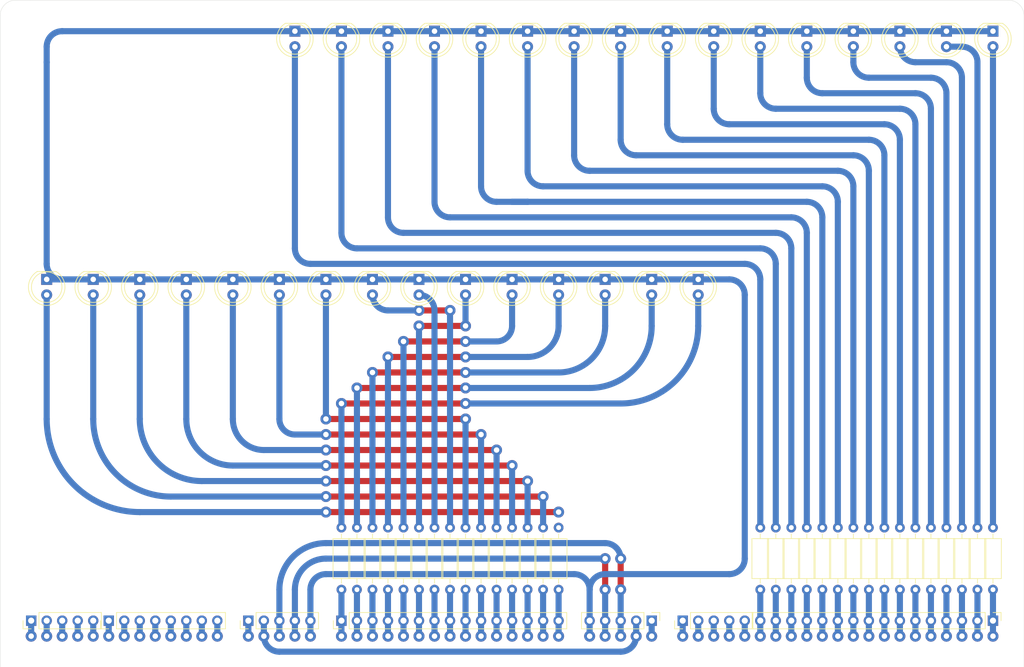
<source format=kicad_pcb>
(kicad_pcb (version 20241229) (generator "pcbnew") (generator_version "9.0")
  (layers (0 "F.Cu" signal) (2 "B.Cu" signal) (13 "F.Paste" user) (15 "B.Paste" user) (5 "F.SilkS" user "F.Silkscreen") (7 "B.SilkS" user "B.Silkscreen") (1 "F.Mask" user) (3 "B.Mask" user) (25 "Edge.Cuts" user))
  (net 0 "")
  (net 1 "Net-(D1-A)")
  (net 2 "GND")
  (net 3 "Net-(D2-A)")
  (net 4 "Net-(D3-A)")
  (net 5 "Net-(D4-A)")
  (net 6 "Net-(D5-A)")
  (net 7 "Net-(D6-A)")
  (net 8 "Net-(D7-A)")
  (net 9 "Net-(D8-A)")
  (net 10 "Net-(D9-A)")
  (net 11 "Net-(D10-A)")
  (net 12 "Net-(D11-A)")
  (net 13 "Net-(D12-A)")
  (net 14 "Net-(D13-A)")
  (net 15 "Net-(D14-A)")
  (net 16 "Net-(D15-A)")
  (net 17 "Net-(D16-A)")
  (net 18 "Net-(D18-A)")
  (net 19 "Net-(D19-A)")
  (net 20 "Net-(D20-A)")
  (net 21 "Net-(D21-A)")
  (net 22 "Net-(D22-A)")
  (net 23 "Net-(D23-A)")
  (net 24 "Net-(D24-A)")
  (net 25 "Net-(D25-A)")
  (net 26 "Net-(D26-A)")
  (net 27 "Net-(D27-A)")
  (net 28 "Net-(D28-A)")
  (net 29 "Net-(D29-A)")
  (net 30 "Net-(D30-A)")
  (net 31 "Net-(D31-A)")
  (net 32 "Net-(D32-A)")
  (net 33 "unconnected-(J1-Pin_7-Pad7)")
  (net 34 "unconnected-(J1-Pin_4-Pad4)")
  (net 35 "unconnected-(J1-Pin_8-Pad8)")
  (net 36 "unconnected-(J1-Pin_6-Pad6)")
  (net 37 "unconnected-(J1-Pin_1-Pad1)")
  (net 38 "unconnected-(J1-Pin_2-Pad2)")
  (net 39 "unconnected-(J1-Pin_3-Pad3)")
  (net 40 "unconnected-(J1-Pin_5-Pad5)")
  (net 41 "Net-(J2-Pin_3)")
  (net 42 "Net-(J2-Pin_14)")
  (net 43 "Net-(J2-Pin_7)")
  (net 44 "Net-(J2-Pin_1)")
  (net 45 "Net-(J2-Pin_9)")
  (net 46 "Net-(J2-Pin_15)")
  (net 47 "Net-(J2-Pin_4)")
  (net 48 "Net-(J2-Pin_12)")
  (net 49 "Net-(J2-Pin_6)")
  (net 50 "Net-(J2-Pin_13)")
  (net 51 "Net-(J2-Pin_5)")
  (net 52 "Net-(J2-Pin_10)")
  (net 53 "Net-(J2-Pin_11)")
  (net 54 "Net-(J2-Pin_8)")
  (net 55 "Net-(J2-Pin_2)")
  (net 56 "Net-(J3-Pin_16)")
  (net 57 "Net-(J3-Pin_11)")
  (net 58 "Net-(J3-Pin_7)")
  (net 59 "Net-(J3-Pin_6)")
  (net 60 "Net-(J3-Pin_12)")
  (net 61 "Net-(J3-Pin_14)")
  (net 62 "Net-(J3-Pin_13)")
  (net 63 "Net-(J3-Pin_1)")
  (net 64 "Net-(J3-Pin_10)")
  (net 65 "Net-(J3-Pin_15)")
  (net 66 "Net-(J3-Pin_4)")
  (net 67 "Net-(J3-Pin_9)")
  (net 68 "Net-(J3-Pin_5)")
  (net 69 "Net-(J3-Pin_8)")
  (net 70 "Net-(J3-Pin_2)")
  (net 71 "Net-(J3-Pin_3)")
  (net 72 "unconnected-(J4-Pin_3-Pad3)")
  (net 73 "unconnected-(J4-Pin_5-Pad5)")
  (net 74 "unconnected-(J4-Pin_2-Pad2)")
  (net 75 "unconnected-(J4-Pin_1-Pad1)")
  (net 76 "unconnected-(J4-Pin_4-Pad4)")
  (net 77 "Net-(J5-Pin_3)")
  (net 78 "Net-(J5-Pin_1)")
  (net 79 "Net-(J5-Pin_4)")
  (net 80 "Net-(J5-Pin_2)")
  (net 81 "unconnected-(J7-Pin_4-Pad4)")
  (net 82 "unconnected-(J7-Pin_1-Pad1)")
  (net 83 "unconnected-(J7-Pin_5-Pad5)")
  (net 84 "unconnected-(J7-Pin_2-Pad2)")
  (net 85 "unconnected-(J7-Pin_3-Pad3)")
  (footprint "LED_THT:LED_D5.0mm" (layer "F.Cu") (at 55.88 88.9 -90)
    (property "Reference" "D31" (hide yes))
    (property "Value" "LED" (hide yes))
  )
  (footprint "Resistor_THT:R_Axial_DIN0207_L6.3mm_D2.5mm_P10.16mm_Horizontal" (layer "F.Cu") (at 114.3 139.7 90)
    (property "Reference" "R28" (hide yes))
    (property "Value" "4.7k" (hide yes))
  )
  (footprint "Resistor_THT:R_Axial_DIN0207_L6.3mm_D2.5mm_P10.16mm_Horizontal" (layer "F.Cu") (at 167.64 139.7 90)
    (property "Reference" "R18" (hide yes))
    (property "Value" "4.7k" (hide yes))
  )
  (footprint "LED_THT:LED_D5.0mm" (layer "F.Cu") (at 132.08 88.9 -90)
    (property "Reference" "D21" (hide yes))
    (property "Value" "LED" (hide yes))
  )
  (footprint "Resistor_THT:R_Axial_DIN0207_L6.3mm_D2.5mm_P10.16mm_Horizontal" (layer "F.Cu") (at 177.8 139.7 90)
    (property "Reference" "R22" (hide yes))
    (property "Value" "4.7k" (hide yes))
  )
  (footprint "Resistor_THT:R_Axial_DIN0207_L6.3mm_D2.5mm_P10.16mm_Horizontal" (layer "F.Cu") (at 165.1 139.7 90)
    (property "Reference" "R27" (hide yes))
    (property "Value" "4.7k" (hide yes))
  )
  (footprint "LED_THT:LED_D5.0mm" (layer "F.Cu") (at 71.12 88.9 -90)
    (property "Reference" "D29" (hide yes))
    (property "Value" "LED" (hide yes))
  )
  (footprint "LED_THT:LED_D5.0mm" (layer "F.Cu") (at 109.22 88.9 -90)
    (property "Reference" "D24" (hide yes))
    (property "Value" "LED" (hide yes))
  )
  (footprint "Resistor_THT:R_Axial_DIN0207_L6.3mm_D2.5mm_P10.16mm_Horizontal" (layer "F.Cu") (at 203.2 139.7 90)
    (property "Reference" "R8" (hide yes))
    (property "Value" "4.7k" (hide yes))
  )
  (footprint "Resistor_THT:R_Axial_DIN0207_L6.3mm_D2.5mm_P10.16mm_Horizontal" (layer "F.Cu") (at 182.88 139.7 90)
    (property "Reference" "R14" (hide yes))
    (property "Value" "4.7k" (hide yes))
  )
  (footprint "Resistor_THT:R_Axial_DIN0207_L6.3mm_D2.5mm_P10.16mm_Horizontal" (layer "F.Cu") (at 180.34 139.7 90)
    (property "Reference" "R13" (hide yes))
    (property "Value" "4.7k" (hide yes))
  )
  (footprint "LED_THT:LED_D5.0mm" (layer "F.Cu") (at 96.52 48.26 -90)
    (property "Reference" "D10" (hide yes))
    (property "Value" "LED" (hide yes))
  )
  (footprint "Resistor_THT:R_Axial_DIN0207_L6.3mm_D2.5mm_P10.16mm_Horizontal" (layer "F.Cu") (at 124.46 139.7 90)
    (property "Reference" "R23" (hide yes))
    (property "Value" "4.7k" (hide yes))
  )
  (footprint "Resistor_THT:R_Axial_DIN0207_L6.3mm_D2.5mm_P10.16mm_Horizontal" (layer "F.Cu") (at 101.6 139.7 90)
    (property "Reference" "R39" (hide yes))
    (property "Value" "4.7k" (hide yes))
  )
  (footprint "Resistor_THT:R_Axial_DIN0207_L6.3mm_D2.5mm_P10.16mm_Horizontal" (layer "F.Cu") (at 116.84 139.7 90)
    (property "Reference" "R29" (hide yes))
    (property "Value" "4.7k" (hide yes))
  )
  (footprint "Resistor_THT:R_Axial_DIN0207_L6.3mm_D2.5mm_P10.16mm_Horizontal" (layer "F.Cu") (at 200.66 139.7 90)
    (property "Reference" "R9" (hide yes))
    (property "Value" "4.7k" (hide yes))
  )
  (footprint "Resistor_THT:R_Axial_DIN0207_L6.3mm_D2.5mm_P10.16mm_Horizontal" (layer "F.Cu") (at 170.18 139.7 90)
    (property "Reference" "R19" (hide yes))
    (property "Value" "4.7k" (hide yes))
  )
  (footprint "Connector_PinHeader_2.54mm:PinHeader_1x15_P2.54mm_Vertical" (layer "F.Cu") (at 96.52 144.78 90)
    (property "Reference" "J2" (hide yes))
    (property "Value" "Conn_01x15_Pin" (hide yes))
  )
  (footprint "Resistor_THT:R_Axial_DIN0207_L6.3mm_D2.5mm_P10.16mm_Horizontal" (layer "F.Cu") (at 190.5 139.7 90)
    (property "Reference" "R17" (hide yes))
    (property "Value" "4.7k" (hide yes))
  )
  (footprint "LED_THT:LED_D5.0mm" (layer "F.Cu") (at 142.24 48.26 -90)
    (property "Reference" "D16" (hide yes))
    (property "Value" "LED" (hide yes))
  )
  (footprint "LED_THT:LED_D5.0mm" (layer "F.Cu") (at 149.86 48.26 -90)
    (property "Reference" "D7" (hide yes))
    (property "Value" "LED" (hide yes))
  )
  (footprint "LED_THT:LED_D5.0mm" (layer "F.Cu") (at 195.58 48.26 -90)
    (property "Reference" "D2" (hide yes))
    (property "Value" "LED" (hide yes))
  )
  (footprint "LED_THT:LED_D5.0mm" (layer "F.Cu") (at 172.72 48.26 -90)
    (property "Reference" "D6" (hide yes))
    (property "Value" "LED" (hide yes))
  )
  (footprint "Resistor_THT:R_Axial_DIN0207_L6.3mm_D2.5mm_P10.16mm_Horizontal" (layer "F.Cu") (at 111.76 139.7 90)
    (property "Reference" "R35" (hide yes))
    (property "Value" "4.7k" (hide yes))
  )
  (footprint "LED_THT:LED_D5.0mm" (layer "F.Cu") (at 93.98 88.9 -90)
    (property "Reference" "D26" (hide yes))
    (property "Value" "LED" (hide yes))
  )
  (footprint "LED_THT:LED_D5.0mm" (layer "F.Cu") (at 187.96 48.26 -90)
    (property "Reference" "D4" (hide yes))
    (property "Value" "LED" (hide yes))
  )
  (footprint "Resistor_THT:R_Axial_DIN0207_L6.3mm_D2.5mm_P10.16mm_Horizontal" (layer "F.Cu") (at 132.08 139.7 90)
    (property "Reference" "R26" (hide yes))
    (property "Value" "4.7k" (hide yes))
  )
  (footprint "Resistor_THT:R_Axial_DIN0207_L6.3mm_D2.5mm_P10.16mm_Horizontal" (layer "F.Cu") (at 172.72 139.7 90)
    (property "Reference" "R20" (hide yes))
    (property "Value" "4.7k" (hide yes))
  )
  (footprint "Connector_PinHeader_2.54mm:PinHeader_1x05_P2.54mm_Vertical" (layer "F.Cu") (at 152.4 144.78 90)
    (property "Reference" "J4" (hide yes))
    (property "Value" "Conn_01x05_Pin" (hide yes))
  )
  (footprint "LED_THT:LED_D5.0mm" (layer "F.Cu") (at 139.7 88.9 -90)
    (property "Reference" "D20" (hide yes))
    (property "Value" "LED" (hide yes))
  )
  (footprint "LED_THT:LED_D5.0mm" (layer "F.Cu") (at 86.36 88.9 -90)
    (property "Reference" "D27" (hide yes))
    (property "Value" "LED" (hide yes))
  )
  (footprint "LED_THT:LED_D5.0mm" (layer "F.Cu") (at 154.94 88.9 -90)
    (property "Reference" "D18" (hide yes))
    (property "Value" "LED" (hide yes))
  )
  (footprint "Resistor_THT:R_Axial_DIN0207_L6.3mm_D2.5mm_P10.16mm_Horizontal" (layer "F.Cu") (at 109.22 139.7 90)
    (property "Reference" "R34" (hide yes))
    (property "Value" "4.7k" (hide yes))
  )
  (footprint "LED_THT:LED_D5.0mm" (layer "F.Cu") (at 157.48 48.26 -90)
    (property "Reference" "D8" (hide yes))
    (property "Value" "LED" (hide yes))
  )
  (footprint "LED_THT:LED_D5.0mm" (layer "F.Cu") (at 134.62 48.26 -90)
    (property "Reference" "D15" (hide yes))
    (property "Value" "LED" (hide yes))
  )
  (footprint "Resistor_THT:R_Axial_DIN0207_L6.3mm_D2.5mm_P10.16mm_Horizontal" (layer "F.Cu") (at 121.92 139.7 90)
    (property "Reference" "R31" (hide yes))
    (property "Value" "4.7k" (hide yes))
  )
  (footprint "Resistor_THT:R_Axial_DIN0207_L6.3mm_D2.5mm_P10.16mm_Horizontal" (layer "F.Cu") (at 129.54 139.7 90)
    (property "Reference" "R25" (hide yes))
    (property "Value" "4.7k" (hide yes))
  )
  (footprint "Resistor_THT:R_Axial_DIN0207_L6.3mm_D2.5mm_P10.16mm_Horizontal" (layer "F.Cu") (at 198.12 139.7 90)
    (property "Reference" "R10" (hide yes))
    (property "Value" "4.7k" (hide yes))
  )
  (footprint "LED_THT:LED_D5.0mm" (layer "F.Cu") (at 48.26 88.9 -90)
    (property "Reference" "D32" (hide yes))
    (property "Value" "LED" (hide yes))
  )
  (footprint "Connector_PinHeader_2.54mm:PinHeader_1x16_P2.54mm_Vertical" (layer "F.Cu") (at 203.2 144.78 -90)
    (property "Reference" "J3" (hide yes))
    (property "Value" "Conn_01x16_Pin" (hide yes))
  )
  (footprint "Resistor_THT:R_Axial_DIN0207_L6.3mm_D2.5mm_P10.16mm_Horizontal" (layer "F.Cu") (at 185.42 139.7 90)
    (property "Reference" "R15" (hide yes))
    (property "Value" "4.7k" (hide yes))
  )
  (footprint "Resistor_THT:R_Axial_DIN0207_L6.3mm_D2.5mm_P10.16mm_Horizontal" (layer "F.Cu") (at 127 139.7 90)
    (property "Reference" "R24" (hide yes))
    (property "Value" "4.7k" (hide yes))
  )
  (footprint "LED_THT:LED_D5.0mm" (layer "F.Cu") (at 78.74 88.9 -90)
    (property "Reference" "D28" (hide yes))
    (property "Value" "LED" (hide yes))
  )
  (footprint "LED_THT:LED_D5.0mm" (layer "F.Cu") (at 116.84 88.9 -90)
    (property "Reference" "D23" (hide yes))
    (property "Value" "LED" (hide yes))
  )
  (footprint "LED_THT:LED_D5.0mm" (layer "F.Cu") (at 124.46 88.9 -90)
    (property "Reference" "D22" (hide yes))
    (property "Value" "LED" (hide yes))
  )
  (footprint "LED_THT:LED_D5.0mm" (layer "F.Cu") (at 127 48.26 -90)
    (property "Reference" "D14" (hide yes))
    (property "Value" "LED" (hide yes))
  )
  (footprint "LED_THT:LED_D5.0mm" (layer "F.Cu") (at 63.5 88.9 -90)
    (property "Reference" "D30" (hide yes))
    (property "Value" "LED" (hide yes))
  )
  (footprint "LED_THT:LED_D5.0mm" (layer "F.Cu") (at 104.14 48.26 -90)
    (property "Reference" "D11" (hide yes))
    (property "Value" "LED" (hide yes))
  )
  (footprint "LED_THT:LED_D5.0mm" (layer "F.Cu") (at 165.1 48.26 -90)
    (property "Reference" "D5" (hide yes))
    (property "Value" "LED" (hide yes))
  )
  (footprint "Connector_PinHeader_2.54mm:PinHeader_1x08_P2.54mm_Vertical" (layer "F.Cu") (at 58.42 144.78 90)
    (property "Reference" "J1" (hide yes))
    (property "Value" "Conn_01x08_Pin" (hide yes))
  )
  (footprint "Connector_PinHeader_2.54mm:PinHeader_1x05_P2.54mm_Vertical" (layer "F.Cu") (at 45.72 144.78 90)
    (property "Reference" "J7" (hide yes))
    (property "Value" "Conn_01x05_Pin" (hide yes))
  )
  (footprint "Resistor_THT:R_Axial_DIN0207_L6.3mm_D2.5mm_P10.16mm_Horizontal" (layer "F.Cu") (at 106.68 139.7 90)
    (property "Reference" "R33" (hide yes))
    (property "Value" "4.7k" (hide yes))
  )
  (footprint "LED_THT:LED_D5.0mm" (layer "F.Cu") (at 101.6 88.9 -90)
    (property "Reference" "D25" (hide yes))
    (property "Value" "LED" (hide yes))
  )
  (footprint "Resistor_THT:R_Axial_DIN0207_L6.3mm_D2.5mm_P10.16mm_Horizontal" (layer "F.Cu") (at 99.06 139.7 90)
    (property "Reference" "R38" (hide yes))
    (property "Value" "4.7k" (hide yes))
  )
  (footprint "LED_THT:LED_D5.0mm" (layer "F.Cu") (at 88.9 48.26 -90)
    (property "Reference" "D9" (hide yes))
    (property "Value" "LED" (hide yes))
  )
  (footprint "Connector_PinHeader_2.54mm:PinHeader_1x05_P2.54mm_Vertical" (layer "F.Cu") (at 81.28 144.78 90)
    (property "Reference" "J5" (hide yes))
    (property "Value" "Conn_01x05_Pin" (hide yes))
  )
  (footprint "Resistor_THT:R_Axial_DIN0207_L6.3mm_D2.5mm_P10.16mm_Horizontal" (layer "F.Cu") (at 175.26 139.7 90)
    (property "Reference" "R21" (hide yes))
    (property "Value" "4.7k" (hide yes))
  )
  (footprint "Resistor_THT:R_Axial_DIN0207_L6.3mm_D2.5mm_P10.16mm_Horizontal" (layer "F.Cu") (at 193.04 139.7 90)
    (property "Reference" "R12" (hide yes))
    (property "Value" "4.7k" (hide yes))
  )
  (footprint "Resistor_THT:R_Axial_DIN0207_L6.3mm_D2.5mm_P10.16mm_Horizontal" (layer "F.Cu") (at 187.96 139.7 90)
    (property "Reference" "R16" (hide yes))
    (property "Value" "4.7k" (hide yes))
  )
  (footprint "Resistor_THT:R_Axial_DIN0207_L6.3mm_D2.5mm_P10.16mm_Horizontal" (layer "F.Cu") (at 119.38 139.7 90)
    (property "Reference" "R30" (hide yes))
    (property "Value" "4.7k" (hide yes))
  )
  (footprint "Resistor_THT:R_Axial_DIN0207_L6.3mm_D2.5mm_P10.16mm_Horizontal" (layer "F.Cu") (at 96.52 139.7 90)
    (property "Reference" "R37" (hide yes))
    (property "Value" "4.7k" (hide yes))
  )
  (footprint "LED_THT:LED_D5.0mm" (layer "F.Cu") (at 147.32 88.9 -90)
    (property "Reference" "D19" (hide yes))
    (property "Value" "LED" (hide yes))
  )
  (footprint "Resistor_THT:R_Axial_DIN0207_L6.3mm_D2.5mm_P10.16mm_Horizontal" (layer "F.Cu") (at 195.58 139.7 90)
    (property "Reference" "R11" (hide yes))
    (property "Value" "4.7k" (hide yes))
  )
  (footprint "LED_THT:LED_D5.0mm" (layer "F.Cu") (at 111.76 48.26 -90)
    (property "Reference" "D12" (hide yes))
    (property "Value" "LED" (hide yes))
  )
  (footprint "Resistor_THT:R_Axial_DIN0207_L6.3mm_D2.5mm_P10.16mm_Horizontal" (layer "F.Cu") (at 104.14 139.7 90)
    (property "Reference" "R32" (hide yes))
    (property "Value" "4.7k" (hide yes))
  )
  (footprint "LED_THT:LED_D5.0mm" (layer "F.Cu") (at 180.34 48.26 -90)
    (property "Reference" "D3" (hide yes))
    (property "Value" "LED" (hide yes))
  )
  (footprint "LED_THT:LED_D5.0mm" (layer "F.Cu") (at 119.38 48.26 -90)
    (property "Reference" "D13" (hide yes))
    (property "Value" "LED" (hide yes))
  )
  (footprint "Connector_PinHeader_2.54mm:PinHeader_1x05_P2.54mm_Vertical" (layer "F.Cu") (at 147.32 144.78 -90)
    (property "Reference" "J6" (hide yes))
    (property "Value" "Conn_01x05_Pin" (hide yes))
  )
  (footprint "LED_THT:LED_D5.0mm" (layer "F.Cu") (at 203.2 48.26 -90)
    (property "Reference" "D1" (hide yes))
    (property "Value" "LED" (hide yes))
  )
  (gr_arc (start 205.74 43.18) (mid 207.536051 43.923949) (end 208.28 45.72) (stroke (width 0.05)) (layer "Edge.Cuts"))
  (gr_line (start 208.28 152.4) (end 208.28 149.86) (stroke (width 0.05)) (layer "Edge.Cuts"))
  (gr_line (start 208.28 45.72) (end 208.28 50.8) (stroke (width 0.05)) (layer "Edge.Cuts"))
  (gr_line (start 208.28 152.4) (end 40.64 152.4) (stroke (width 0.05)) (layer "Edge.Cuts"))
  (gr_line (start 43.18 43.18) (end 45.72 43.18) (stroke (width 0.05)) (layer "Edge.Cuts"))
  (gr_arc (start 40.64 45.72) (mid 41.383949 43.923949) (end 43.18 43.18) (stroke (width 0.05)) (layer "Edge.Cuts"))
  (gr_line (start 40.64 109.22) (end 40.64 45.72) (stroke (width 0.05)) (layer "Edge.Cuts"))
  (gr_line (start 205.74 43.18) (end 45.72 43.18) (stroke (width 0.05)) (layer "Edge.Cuts"))
  (gr_line (start 208.28 149.86) (end 208.28 50.8) (stroke (width 0.05)) (layer "Edge.Cuts"))
  (gr_line (start 40.64 152.4) (end 40.64 109.22) (stroke (width 0.05)) (layer "Edge.Cuts"))
  (segment (start 203.2 129.54) (end 203.2 50.8) (width 1) (layer "B.Cu") (net 1))
  (via (at 137.16 147.32) (size 1.8) (drill 0.9) (layers "F.Cu" "B.Cu") (net 2))
  (via (at 91.44 147.32) (size 1.8) (drill 0.9) (layers "F.Cu" "B.Cu") (net 2))
  (segment (start 137.16 144.78) (end 137.16 147.32) (width 1) (layer "B.Cu") (net 2))
  (segment (start 139.7 137.16) (end 160.02 137.16) (width 1) (layer "B.Cu") (net 2))
  (segment (start 127 48.26) (end 134.62 48.26) (width 1) (layer "B.Cu") (net 2))
  (segment (start 88.9 48.26) (end 96.52 48.26) (width 1) (layer "B.Cu") (net 2))
  (segment (start 119.38 48.26) (end 127 48.26) (width 1) (layer "B.Cu") (net 2))
  (segment (start 124.46 88.9) (end 116.84 88.9) (width 1) (layer "B.Cu") (net 2))
  (segment (start 50.8 48.26) (end 88.9 48.26) (width 1) (layer "B.Cu") (net 2))
  (segment (start 91.44 139.7) (end 91.44 144.78) (width 1) (layer "B.Cu") (net 2))
  (segment (start 157.48 48.26) (end 165.1 48.26) (width 1) (layer "B.Cu") (net 2))
  (segment (start 78.74 88.9) (end 71.12 88.9) (width 1) (layer "B.Cu") (net 2))
  (segment (start 134.62 137.16) (end 93.98 137.16) (width 1) (layer "B.Cu") (net 2))
  (segment (start 195.58 48.26) (end 203.2 48.26) (width 1) (layer "B.Cu") (net 2))
  (segment (start 93.98 88.9) (end 86.36 88.9) (width 1) (layer "B.Cu") (net 2))
  (segment (start 187.96 48.26) (end 195.58 48.26) (width 1) (layer "B.Cu") (net 2))
  (segment (start 132.08 88.9) (end 124.46 88.9) (width 1) (layer "B.Cu") (net 2))
  (segment (start 109.22 88.9) (end 101.6 88.9) (width 1) (layer "B.Cu") (net 2))
  (segment (start 50.8 88.9) (end 48.26 88.9) (width 1) (layer "B.Cu") (net 2))
  (segment (start 86.36 88.9) (end 78.74 88.9) (width 1) (layer "B.Cu") (net 2))
  (segment (start 101.6 88.9) (end 93.98 88.9) (width 1) (layer "B.Cu") (net 2))
  (segment (start 162.56 134.62) (end 162.56 91.44) (width 1) (layer "B.Cu") (net 2))
  (segment (start 180.34 48.26) (end 187.96 48.26) (width 1) (layer "B.Cu") (net 2))
  (segment (start 48.26 86.36) (end 48.26 53.34) (width 1) (layer "B.Cu") (net 2))
  (segment (start 71.12 88.9) (end 63.5 88.9) (width 1) (layer "B.Cu") (net 2))
  (segment (start 134.62 48.26) (end 142.24 48.26) (width 1) (layer "B.Cu") (net 2))
  (segment (start 147.32 88.9) (end 139.7 88.9) (width 1) (layer "B.Cu") (net 2))
  (segment (start 55.88 88.9) (end 50.8 88.9) (width 1) (layer "B.Cu") (net 2))
  (segment (start 137.16 144.78) (end 137.16 139.7) (width 1) (layer "B.Cu") (net 2))
  (segment (start 172.72 48.26) (end 180.34 48.26) (width 1) (layer "B.Cu") (net 2))
  (segment (start 104.14 48.26) (end 111.76 48.26) (width 1) (layer "B.Cu") (net 2))
  (segment (start 165.1 48.26) (end 172.72 48.26) (width 1) (layer "B.Cu") (net 2))
  (segment (start 96.52 48.26) (end 104.14 48.26) (width 1) (layer "B.Cu") (net 2))
  (segment (start 91.44 144.78) (end 91.44 147.32) (width 1) (layer "B.Cu") (net 2))
  (segment (start 154.94 88.9) (end 147.32 88.9) (width 1) (layer "B.Cu") (net 2))
  (segment (start 116.84 88.9) (end 109.22 88.9) (width 1) (layer "B.Cu") (net 2))
  (segment (start 63.5 88.9) (end 55.88 88.9) (width 1) (layer "B.Cu") (net 2))
  (segment (start 111.76 48.26) (end 119.38 48.26) (width 1) (layer "B.Cu") (net 2))
  (segment (start 142.24 48.26) (end 149.86 48.26) (width 1) (layer "B.Cu") (net 2))
  (segment (start 160.02 88.9) (end 154.94 88.9) (width 1) (layer "B.Cu") (net 2))
  (segment (start 149.86 48.26) (end 157.48 48.26) (width 1) (layer "B.Cu") (net 2))
  (segment (start 139.7 88.9) (end 132.08 88.9) (width 1) (layer "B.Cu") (net 2))
  (segment (start 48.26 53.34) (end 48.26 50.8) (width 1) (layer "B.Cu") (net 2))
  (arc (start 93.98 137.16) (mid 92.183949 137.903949) (end 91.44 139.7) (width 1) (layer "B.Cu") (net 2))
  (arc (start 137.16 139.7) (mid 136.416051 137.903949) (end 134.62 137.16) (width 1) (layer "B.Cu") (net 2))
  (arc (start 137.16 139.7) (mid 137.903949 137.903949) (end 139.7 137.16) (width 1) (layer "B.Cu") (net 2))
  (arc (start 48.26 50.8) (mid 49.003949 49.003949) (end 50.8 48.26) (width 1) (layer "B.Cu") (net 2))
  (arc (start 162.56 91.44) (mid 161.816051 89.643949) (end 160.02 88.9) (width 1) (layer "B.Cu") (net 2))
  (arc (start 50.8 88.9) (mid 49.003949 88.156051) (end 48.26 86.36) (width 1) (layer "B.Cu") (net 2))
  (arc (start 160.02 137.16) (mid 161.816051 136.416051) (end 162.56 134.62) (width 1) (layer "B.Cu") (net 2))
  (segment (start 195.58 50.8) (end 198.12 50.8) (width 1) (layer "B.Cu") (net 3))
  (segment (start 200.66 129.54) (end 200.66 53.34) (width 1) (layer "B.Cu") (net 3))
  (arc (start 198.12 50.8) (mid 199.916051 51.543949) (end 200.66 53.34) (width 1) (layer "B.Cu") (net 3))
  (segment (start 193.04 55.88) (end 182.88 55.88) (width 1) (layer "B.Cu") (net 4))
  (segment (start 195.58 129.54) (end 195.58 58.42) (width 1) (layer "B.Cu") (net 4))
  (segment (start 180.34 53.34) (end 180.34 50.8) (width 1) (layer "B.Cu") (net 4))
  (arc (start 182.88 55.88) (mid 181.083949 55.136051) (end 180.34 53.34) (width 1) (layer "B.Cu") (net 4))
  (arc (start 195.58 58.42) (mid 194.836051 56.623949) (end 193.04 55.88) (width 1) (layer "B.Cu") (net 4))
  (segment (start 195.58 53.34) (end 190.5 53.34) (width 1) (layer "B.Cu") (net 5))
  (segment (start 198.12 55.88) (end 198.12 129.54) (width 1) (layer "B.Cu") (net 5))
  (arc (start 190.5 53.34) (mid 188.703949 52.596051) (end 187.96 50.8) (width 1) (layer "B.Cu") (net 5))
  (arc (start 198.12 55.88) (mid 197.376051 54.083949) (end 195.58 53.34) (width 1) (layer "B.Cu") (net 5))
  (segment (start 190.5 63.5) (end 190.5 129.54) (width 1) (layer "B.Cu") (net 6))
  (segment (start 187.96 60.96) (end 167.64 60.96) (width 1) (layer "B.Cu") (net 6))
  (segment (start 165.1 58.42) (end 165.1 50.8) (width 1) (layer "B.Cu") (net 6))
  (arc (start 167.64 60.96) (mid 165.843949 60.216051) (end 165.1 58.42) (width 1) (layer "B.Cu") (net 6))
  (arc (start 190.5 63.5) (mid 189.756051 61.703949) (end 187.96 60.96) (width 1) (layer "B.Cu") (net 6))
  (segment (start 190.5 58.42) (end 175.26 58.42) (width 1) (layer "B.Cu") (net 7))
  (segment (start 172.72 50.8) (end 172.72 55.88) (width 1) (layer "B.Cu") (net 7))
  (segment (start 193.04 129.54) (end 193.04 60.96) (width 1) (layer "B.Cu") (net 7))
  (arc (start 175.26 58.42) (mid 173.463949 57.676051) (end 172.72 55.88) (width 1) (layer "B.Cu") (net 7))
  (arc (start 193.04 60.96) (mid 192.296051 59.163949) (end 190.5 58.42) (width 1) (layer "B.Cu") (net 7))
  (segment (start 182.88 66.04) (end 152.4 66.04) (width 1) (layer "B.Cu") (net 8))
  (segment (start 185.42 129.54) (end 185.42 68.58) (width 1) (layer "B.Cu") (net 8))
  (segment (start 149.86 63.5) (end 149.86 50.8) (width 1) (layer "B.Cu") (net 8))
  (arc (start 152.4 66.04) (mid 150.603949 65.296051) (end 149.86 63.5) (width 1) (layer "B.Cu") (net 8))
  (arc (start 185.42 68.58) (mid 184.676051 66.783949) (end 182.88 66.04) (width 1) (layer "B.Cu") (net 8))
  (segment (start 157.48 60.96) (end 157.48 50.8) (width 1) (layer "B.Cu") (net 9))
  (segment (start 187.96 129.54) (end 187.96 66.04) (width 1) (layer "B.Cu") (net 9))
  (segment (start 160.02 63.5) (end 185.42 63.5) (width 1) (layer "B.Cu") (net 9))
  (arc (start 185.42 63.5) (mid 187.216051 64.243949) (end 187.96 66.04) (width 1) (layer "B.Cu") (net 9))
  (arc (start 157.48 60.96) (mid 158.223949 62.756051) (end 160.02 63.5) (width 1) (layer "B.Cu") (net 9))
  (segment (start 91.44 86.36) (end 162.56 86.36) (width 1) (layer "B.Cu") (net 10))
  (segment (start 88.9 50.8) (end 88.9 83.82) (width 1) (layer "B.Cu") (net 10))
  (segment (start 165.1 129.54) (end 165.1 88.9) (width 1) (layer "B.Cu") (net 10))
  (arc (start 88.9 83.82) (mid 89.643949 85.616051) (end 91.44 86.36) (width 1) (layer "B.Cu") (net 10))
  (arc (start 162.56 86.36) (mid 164.356051 87.103949) (end 165.1 88.9) (width 1) (layer "B.Cu") (net 10))
  (segment (start 165.1 83.82) (end 99.06 83.82) (width 1) (layer "B.Cu") (net 11))
  (segment (start 167.64 129.54) (end 167.64 86.36) (width 1) (layer "B.Cu") (net 11))
  (segment (start 96.52 81.28) (end 96.52 50.8) (width 1) (layer "B.Cu") (net 11))
  (arc (start 167.64 86.36) (mid 166.896051 84.563949) (end 165.1 83.82) (width 1) (layer "B.Cu") (net 11))
  (arc (start 99.06 83.82) (mid 97.263949 83.076051) (end 96.52 81.28) (width 1) (layer "B.Cu") (net 11))
  (segment (start 104.14 50.8) (end 104.14 78.74) (width 1) (layer "B.Cu") (net 12))
  (segment (start 170.18 83.82) (end 170.18 129.54) (width 1) (layer "B.Cu") (net 12))
  (segment (start 167.64 81.28) (end 106.68 81.28) (width 1) (layer "B.Cu") (net 12))
  (arc (start 106.68 81.28) (mid 104.883949 80.536051) (end 104.14 78.74) (width 1) (layer "B.Cu") (net 12))
  (arc (start 170.18 83.82) (mid 169.436051 82.023949) (end 167.64 81.28) (width 1) (layer "B.Cu") (net 12))
  (segment (start 111.76 76.2) (end 111.76 50.8) (width 1) (layer "B.Cu") (net 13))
  (segment (start 114.3 78.74) (end 170.18 78.74) (width 1) (layer "B.Cu") (net 13))
  (segment (start 172.72 129.54) (end 172.72 81.28) (width 1) (layer "B.Cu") (net 13))
  (arc (start 170.18 78.74) (mid 171.976051 79.483949) (end 172.72 81.28) (width 1) (layer "B.Cu") (net 13))
  (arc (start 111.76 76.2) (mid 112.503949 77.996051) (end 114.3 78.74) (width 1) (layer "B.Cu") (net 13))
  (segment (start 119.38 73.66) (end 119.38 50.8) (width 1) (layer "B.Cu") (net 14))
  (segment (start 127 76.2) (end 124.46 76.2) (width 1) (layer "B.Cu") (net 14))
  (segment (start 121.92 76.2) (end 127 76.2) (width 1) (layer "B.Cu") (net 14))
  (segment (start 175.26 129.54) (end 175.26 78.74) (width 1) (layer "B.Cu") (net 14))
  (segment (start 172.72 76.2) (end 127 76.2) (width 1) (layer "B.Cu") (net 14))
  (arc (start 119.38 73.66) (mid 120.123949 75.456051) (end 121.92 76.2) (width 1) (layer "B.Cu") (net 14))
  (arc (start 175.26 78.74) (mid 174.516051 76.943949) (end 172.72 76.2) (width 1) (layer "B.Cu") (net 14))
  (segment (start 129.54 73.66) (end 175.26 73.66) (width 1) (layer "B.Cu") (net 15))
  (segment (start 177.8 129.54) (end 177.8 76.2) (width 1) (layer "B.Cu") (net 15))
  (segment (start 127 71.12) (end 127 50.8) (width 1) (layer "B.Cu") (net 15))
  (arc (start 127 71.12) (mid 127.743949 72.916051) (end 129.54 73.66) (width 1) (layer "B.Cu") (net 15))
  (arc (start 175.26 73.66) (mid 177.056051 74.403949) (end 177.8 76.2) (width 1) (layer "B.Cu") (net 15))
  (segment (start 180.34 73.66) (end 180.34 129.54) (width 1) (layer "B.Cu") (net 16))
  (segment (start 137.16 71.12) (end 177.8 71.12) (width 1) (layer "B.Cu") (net 16))
  (segment (start 134.62 50.8) (end 134.62 68.58) (width 1) (layer "B.Cu") (net 16))
  (arc (start 134.62 68.58) (mid 135.363949 70.376051) (end 137.16 71.12) (width 1) (layer "B.Cu") (net 16))
  (arc (start 177.8 71.12) (mid 179.596051 71.863949) (end 180.34 73.66) (width 1) (layer "B.Cu") (net 16))
  (segment (start 182.88 129.54) (end 182.88 71.12) (width 1) (layer "B.Cu") (net 17))
  (segment (start 142.24 66.04) (end 142.24 50.8) (width 1) (layer "B.Cu") (net 17))
  (segment (start 144.78 68.58) (end 180.34 68.58) (width 1) (layer "B.Cu") (net 17))
  (arc (start 180.34 68.58) (mid 182.136051 69.323949) (end 182.88 71.12) (width 1) (layer "B.Cu") (net 17))
  (arc (start 142.24 66.04) (mid 142.983949 67.836051) (end 144.78 68.58) (width 1) (layer "B.Cu") (net 17))
  (segment (start 114.3 109.22) (end 116.84 109.22) (width 1) (layer "F.Cu") (net 18))
  (segment (start 96.52 109.22) (end 114.3 109.22) (width 1) (layer "F.Cu") (net 18))
  (via (at 116.84 109.22) (size 1.8) (drill 0.9) (layers "F.Cu" "B.Cu") (net 18))
  (via (at 96.52 109.22) (size 1.8) (drill 0.9) (layers "F.Cu" "B.Cu") (net 18))
  (segment (start 96.52 129.54) (end 96.52 109.22) (width 1) (layer "B.Cu") (net 18))
  (segment (start 116.84 109.22) (end 142.24 109.22) (width 1) (layer "B.Cu") (net 18))
  (segment (start 154.94 96.52) (end 154.94 91.44) (width 1) (layer "B.Cu") (net 18))
  (arc (start 142.24 109.22) (mid 151.220256 105.500256) (end 154.94 96.52) (width 1) (layer "B.Cu") (net 18))
  (segment (start 114.3 106.68) (end 116.84 106.68) (width 1) (layer "F.Cu") (net 19))
  (segment (start 99.06 106.68) (end 114.3 106.68) (width 1) (layer "F.Cu") (net 19))
  (via (at 99.06 106.68) (size 1.8) (drill 0.9) (layers "F.Cu" "B.Cu") (net 19))
  (via (at 116.84 106.68) (size 1.8) (drill 0.9) (layers "F.Cu" "B.Cu") (net 19))
  (segment (start 99.06 129.54) (end 99.06 106.68) (width 1) (layer "B.Cu") (net 19))
  (segment (start 116.84 106.68) (end 137.16 106.68) (width 1) (layer "B.Cu") (net 19))
  (segment (start 147.32 96.52) (end 147.32 91.44) (width 1) (layer "B.Cu") (net 19))
  (arc (start 137.16 106.68) (mid 144.344205 103.704205) (end 147.32 96.52) (width 1) (layer "B.Cu") (net 19))
  (segment (start 101.6 104.14) (end 114.3 104.14) (width 1) (layer "F.Cu") (net 20))
  (segment (start 114.3 104.14) (end 116.84 104.14) (width 1) (layer "F.Cu") (net 20))
  (via (at 101.6 104.14) (size 1.8) (drill 0.9) (layers "F.Cu" "B.Cu") (net 20))
  (via (at 116.84 104.14) (size 1.8) (drill 0.9) (layers "F.Cu" "B.Cu") (net 20))
  (segment (start 139.7 96.52) (end 139.7 91.44) (width 1) (layer "B.Cu") (net 20))
  (segment (start 101.6 104.14) (end 101.6 129.54) (width 1) (layer "B.Cu") (net 20))
  (segment (start 116.84 104.14) (end 132.08 104.14) (width 1) (layer "B.Cu") (net 20))
  (arc (start 132.08 104.14) (mid 137.468154 101.908154) (end 139.7 96.52) (width 1) (layer "B.Cu") (net 20))
  (segment (start 104.14 101.6) (end 114.3 101.6) (width 1) (layer "F.Cu") (net 21))
  (segment (start 114.3 101.6) (end 116.84 101.6) (width 1) (layer "F.Cu") (net 21))
  (via (at 116.84 101.6) (size 1.8) (drill 0.9) (layers "F.Cu" "B.Cu") (net 21))
  (via (at 104.14 101.6) (size 1.8) (drill 0.9) (layers "F.Cu" "B.Cu") (net 21))
  (segment (start 116.84 101.6) (end 127 101.6) (width 1) (layer "B.Cu") (net 21))
  (segment (start 132.08 96.52) (end 132.08 91.44) (width 1) (layer "B.Cu") (net 21))
  (segment (start 104.14 129.54) (end 104.14 101.6) (width 1) (layer "B.Cu") (net 21))
  (arc (start 127 101.6) (mid 130.592102 100.112102) (end 132.08 96.52) (width 1) (layer "B.Cu") (net 21))
  (segment (start 106.68 99.06) (end 114.3 99.06) (width 1) (layer "F.Cu") (net 22))
  (segment (start 114.3 99.06) (end 116.84 99.06) (width 1) (layer "F.Cu") (net 22))
  (via (at 116.84 99.06) (size 1.8) (drill 0.9) (layers "F.Cu" "B.Cu") (net 22))
  (via (at 106.68 99.06) (size 1.8) (drill 0.9) (layers "F.Cu" "B.Cu") (net 22))
  (segment (start 124.46 96.52) (end 124.46 91.44) (width 1) (layer "B.Cu") (net 22))
  (segment (start 106.68 129.54) (end 106.68 99.06) (width 1) (layer "B.Cu") (net 22))
  (segment (start 116.84 99.06) (end 121.92 99.06) (width 1) (layer "B.Cu") (net 22))
  (arc (start 121.92 99.06) (mid 123.716051 98.316051) (end 124.46 96.52) (width 1) (layer "B.Cu") (net 22))
  (segment (start 114.3 96.52) (end 116.84 96.52) (width 1) (layer "F.Cu") (net 23))
  (segment (start 109.22 96.52) (end 114.3 96.52) (width 1) (layer "F.Cu") (net 23))
  (via (at 116.84 96.52) (size 1.8) (drill 0.9) (layers "F.Cu" "B.Cu") (net 23))
  (via (at 109.22 96.52) (size 1.8) (drill 0.9) (layers "F.Cu" "B.Cu") (net 23))
  (segment (start 116.84 96.52) (end 116.84 91.44) (width 1) (layer "B.Cu") (net 23))
  (segment (start 109.22 129.54) (end 109.22 96.52) (width 1) (layer "B.Cu") (net 23))
  (segment (start 111.76 129.54) (end 111.76 93.98) (width 1) (layer "B.Cu") (net 24))
  (arc (start 111.76 93.98) (mid 111.016051 92.183949) (end 109.22 91.44) (width 1) (layer "B.Cu") (net 24))
  (segment (start 114.3 93.98) (end 109.22 93.98) (width 1) (layer "F.Cu") (net 25))
  (via (at 114.3 93.98) (size 1.8) (drill 0.9) (layers "F.Cu" "B.Cu") (net 25))
  (via (at 109.22 93.98) (size 1.8) (drill 0.9) (layers "F.Cu" "B.Cu") (net 25))
  (segment (start 114.3 93.98) (end 114.3 129.54) (width 1) (layer "B.Cu") (net 25))
  (segment (start 109.22 93.98) (end 104.14 93.98) (width 1) (layer "B.Cu") (net 25))
  (arc (start 104.14 93.98) (mid 102.343949 93.236051) (end 101.6 91.44) (width 1) (layer "B.Cu") (net 25))
  (segment (start 116.84 111.76) (end 93.98 111.76) (width 1) (layer "F.Cu") (net 26))
  (via (at 116.84 111.76) (size 1.8) (drill 0.9) (layers "F.Cu" "B.Cu") (net 26))
  (via (at 93.98 111.76) (size 1.8) (drill 0.9) (layers "F.Cu" "B.Cu") (net 26))
  (segment (start 93.98 111.76) (end 93.98 91.44) (width 1) (layer "B.Cu") (net 26))
  (segment (start 116.84 129.54) (end 116.84 111.76) (width 1) (layer "B.Cu") (net 26))
  (segment (start 119.38 114.3) (end 93.98 114.3) (width 1) (layer "F.Cu") (net 27))
  (via (at 93.98 114.3) (size 1.8) (drill 0.9) (layers "F.Cu" "B.Cu") (net 27))
  (via (at 119.38 114.3) (size 1.8) (drill 0.9) (layers "F.Cu" "B.Cu") (net 27))
  (segment (start 119.38 129.54) (end 119.38 114.3) (width 1) (layer "B.Cu") (net 27))
  (segment (start 93.98 114.3) (end 88.9 114.3) (width 1) (layer "B.Cu") (net 27))
  (segment (start 86.36 111.76) (end 86.36 91.44) (width 1) (layer "B.Cu") (net 27))
  (arc (start 88.9 114.3) (mid 87.103949 113.556051) (end 86.36 111.76) (width 1) (layer "B.Cu") (net 27))
  (segment (start 121.92 116.84) (end 93.98 116.84) (width 1) (layer "F.Cu") (net 28))
  (via (at 121.92 116.84) (size 1.8) (drill 0.9) (layers "F.Cu" "B.Cu") (net 28))
  (via (at 93.98 116.84) (size 1.8) (drill 0.9) (layers "F.Cu" "B.Cu") (net 28))
  (segment (start 78.74 111.76) (end 78.74 91.44) (width 1) (layer "B.Cu") (net 28))
  (segment (start 121.92 129.54) (end 121.92 116.84) (width 1) (layer "B.Cu") (net 28))
  (segment (start 93.98 116.84) (end 83.82 116.84) (width 1) (layer "B.Cu") (net 28))
  (arc (start 83.82 116.84) (mid 80.227898 115.352102) (end 78.74 111.76) (width 1) (layer "B.Cu") (net 28))
  (segment (start 124.46 119.38) (end 93.98 119.38) (width 1) (layer "F.Cu") (net 29))
  (via (at 124.46 119.38) (size 1.8) (drill 0.9) (layers "F.Cu" "B.Cu") (net 29))
  (via (at 93.98 119.38) (size 1.8) (drill 0.9) (layers "F.Cu" "B.Cu") (net 29))
  (segment (start 93.98 119.38) (end 78.74 119.38) (width 1) (layer "B.Cu") (net 29))
  (segment (start 71.12 111.76) (end 71.12 91.44) (width 1) (layer "B.Cu") (net 29))
  (segment (start 124.46 129.54) (end 124.46 119.38) (width 1) (layer "B.Cu") (net 29))
  (arc (start 78.74 119.38) (mid 73.351846 117.148154) (end 71.12 111.76) (width 1) (layer "B.Cu") (net 29))
  (segment (start 127 121.92) (end 93.98 121.92) (width 1) (layer "F.Cu") (net 30))
  (via (at 93.98 121.92) (size 1.8) (drill 0.9) (layers "F.Cu" "B.Cu") (net 30))
  (via (at 127 121.92) (size 1.8) (drill 0.9) (layers "F.Cu" "B.Cu") (net 30))
  (segment (start 127 129.54) (end 127 121.92) (width 1) (layer "B.Cu") (net 30))
  (segment (start 63.5 111.76) (end 63.5 91.44) (width 1) (layer "B.Cu") (net 30))
  (segment (start 93.98 121.92) (end 73.66 121.92) (width 1) (layer "B.Cu") (net 30))
  (arc (start 73.66 121.92) (mid 66.475795 118.944205) (end 63.5 111.76) (width 1) (layer "B.Cu") (net 30))
  (segment (start 129.54 124.46) (end 93.98 124.46) (width 1) (layer "F.Cu") (net 31))
  (via (at 93.98 124.46) (size 1.8) (drill 0.9) (layers "F.Cu" "B.Cu") (net 31))
  (via (at 129.54 124.46) (size 1.8) (drill 0.9) (layers "F.Cu" "B.Cu") (net 31))
  (segment (start 55.88 111.76) (end 55.88 91.44) (width 1) (layer "B.Cu") (net 31))
  (segment (start 129.54 129.54) (end 129.54 124.46) (width 1) (layer "B.Cu") (net 31))
  (segment (start 93.98 124.46) (end 68.58 124.46) (width 1) (layer "B.Cu") (net 31))
  (arc (start 68.58 124.46) (mid 59.599744 120.740256) (end 55.88 111.76) (width 1) (layer "B.Cu") (net 31))
  (segment (start 132.08 127) (end 93.98 127) (width 1) (layer "F.Cu") (net 32))
  (via (at 93.98 127) (size 1.8) (drill 0.9) (layers "F.Cu" "B.Cu") (net 32))
  (via (at 132.08 127) (size 1.8) (drill 0.9) (layers "F.Cu" "B.Cu") (net 32))
  (segment (start 48.26 111.76) (end 48.26 91.44) (width 1) (layer "B.Cu") (net 32))
  (segment (start 93.98 127) (end 63.5 127) (width 1) (layer "B.Cu") (net 32))
  (arc (start 63.5 127) (mid 52.723693 122.536307) (end 48.26 111.76) (width 1) (layer "B.Cu") (net 32))
  (via (at 73.66 147.32) (size 1.8) (drill 0.9) (layers "F.Cu" "B.Cu") (net 33))
  (segment (start 73.66 147.32) (end 73.66 144.78) (width 1) (layer "B.Cu") (net 33))
  (via (at 66.04 147.32) (size 1.8) (drill 0.9) (layers "F.Cu" "B.Cu") (net 34))
  (segment (start 66.04 147.32) (end 66.04 144.78) (width 1) (layer "B.Cu") (net 34))
  (via (at 76.2 147.32) (size 1.8) (drill 0.9) (layers "F.Cu" "B.Cu") (net 35))
  (segment (start 76.2 147.32) (end 76.2 144.78) (width 1) (layer "B.Cu") (net 35))
  (via (at 71.12 147.32) (size 1.8) (drill 0.9) (layers "F.Cu" "B.Cu") (net 36))
  (segment (start 71.12 147.32) (end 71.12 144.78) (width 1) (layer "B.Cu") (net 36))
  (via (at 58.42 147.32) (size 1.8) (drill 0.9) (layers "F.Cu" "B.Cu") (net 37))
  (segment (start 58.42 147.32) (end 58.42 144.78) (width 1) (layer "B.Cu") (net 37))
  (via (at 60.96 147.32) (size 1.8) (drill 0.9) (layers "F.Cu" "B.Cu") (net 38))
  (segment (start 60.96 147.32) (end 60.96 144.78) (width 1) (layer "B.Cu") (net 38))
  (via (at 63.5 147.32) (size 1.8) (drill 0.9) (layers "F.Cu" "B.Cu") (net 39))
  (segment (start 63.5 147.32) (end 63.5 144.78) (width 1) (layer "B.Cu") (net 39))
  (via (at 68.58 147.32) (size 1.8) (drill 0.9) (layers "F.Cu" "B.Cu") (net 40))
  (segment (start 68.58 147.32) (end 68.58 144.78) (width 1) (layer "B.Cu") (net 40))
  (via (at 101.6 147.32) (size 1.8) (drill 0.9) (layers "F.Cu" "B.Cu") (net 41))
  (segment (start 101.6 147.32) (end 101.6 144.78) (width 1) (layer "B.Cu") (net 41))
  (segment (start 101.6 144.78) (end 101.6 139.7) (width 1) (layer "B.Cu") (net 41))
  (via (at 129.54 147.32) (size 1.8) (drill 0.9) (layers "F.Cu" "B.Cu") (net 42))
  (segment (start 129.54 147.32) (end 129.54 144.78) (width 1) (layer "B.Cu") (net 42))
  (segment (start 129.54 139.7) (end 129.54 144.78) (width 1) (layer "B.Cu") (net 42))
  (via (at 111.76 147.32) (size 1.8) (drill 0.9) (layers "F.Cu" "B.Cu") (net 43))
  (segment (start 111.76 147.32) (end 111.76 144.78) (width 1) (layer "B.Cu") (net 43))
  (segment (start 111.76 144.78) (end 111.76 139.7) (width 1) (layer "B.Cu") (net 43))
  (via (at 96.52 147.32) (size 1.8) (drill 0.9) (layers "F.Cu" "B.Cu") (net 44))
  (segment (start 96.52 144.78) (end 96.52 139.7) (width 1) (layer "B.Cu") (net 44))
  (segment (start 96.52 147.32) (end 96.52 144.78) (width 1) (layer "B.Cu") (net 44))
  (via (at 116.84 147.32) (size 1.8) (drill 0.9) (layers "F.Cu" "B.Cu") (net 45))
  (segment (start 116.84 144.78) (end 116.84 139.7) (width 1) (layer "B.Cu") (net 45))
  (segment (start 116.84 147.32) (end 116.84 144.78) (width 1) (layer "B.Cu") (net 45))
  (via (at 132.08 147.32) (size 1.8) (drill 0.9) (layers "F.Cu" "B.Cu") (net 46))
  (segment (start 132.08 139.7) (end 132.08 144.78) (width 1) (layer "B.Cu") (net 46))
  (segment (start 132.08 147.32) (end 132.08 144.78) (width 1) (layer "B.Cu") (net 46))
  (via (at 104.14 147.32) (size 1.8) (drill 0.9) (layers "F.Cu" "B.Cu") (net 47))
  (segment (start 104.14 147.32) (end 104.14 144.78) (width 1) (layer "B.Cu") (net 47))
  (segment (start 104.14 139.7) (end 104.14 144.78) (width 1) (layer "B.Cu") (net 47))
  (via (at 124.46 147.32) (size 1.8) (drill 0.9) (layers "F.Cu" "B.Cu") (net 48))
  (segment (start 124.46 147.32) (end 124.46 144.78) (width 1) (layer "B.Cu") (net 48))
  (segment (start 124.46 139.7) (end 124.46 144.78) (width 1) (layer "B.Cu") (net 48))
  (via (at 109.22 147.32) (size 1.8) (drill 0.9) (layers "F.Cu" "B.Cu") (net 49))
  (segment (start 109.22 139.7) (end 109.22 144.78) (width 1) (layer "B.Cu") (net 49))
  (segment (start 109.22 147.32) (end 109.22 144.78) (width 1) (layer "B.Cu") (net 49))
  (via (at 127 147.32) (size 1.8) (drill 0.9) (layers "F.Cu" "B.Cu") (net 50))
  (segment (start 127 144.78) (end 127 139.7) (width 1) (layer "B.Cu") (net 50))
  (segment (start 127 147.32) (end 127 144.78) (width 1) (layer "B.Cu") (net 50))
  (via (at 106.68 147.32) (size 1.8) (drill 0.9) (layers "F.Cu" "B.Cu") (net 51))
  (segment (start 106.68 147.32) (end 106.68 144.78) (width 1) (layer "B.Cu") (net 51))
  (segment (start 106.68 144.78) (end 106.68 139.7) (width 1) (layer "B.Cu") (net 51))
  (via (at 119.38 147.32) (size 1.8) (drill 0.9) (layers "F.Cu" "B.Cu") (net 52))
  (segment (start 119.38 147.32) (end 119.38 144.78) (width 1) (layer "B.Cu") (net 52))
  (segment (start 119.38 139.7) (end 119.38 144.78) (width 1) (layer "B.Cu") (net 52))
  (via (at 121.92 147.32) (size 1.8) (drill 0.9) (layers "F.Cu" "B.Cu") (net 53))
  (segment (start 121.92 144.78) (end 121.92 139.7) (width 1) (layer "B.Cu") (net 53))
  (segment (start 121.92 147.32) (end 121.92 144.78) (width 1) (layer "B.Cu") (net 53))
  (via (at 114.3 147.32) (size 1.8) (drill 0.9) (layers "F.Cu" "B.Cu") (net 54))
  (segment (start 114.3 147.32) (end 114.3 144.78) (width 1) (layer "B.Cu") (net 54))
  (segment (start 114.3 139.7) (end 114.3 144.78) (width 1) (layer "B.Cu") (net 54))
  (via (at 99.06 147.32) (size 1.8) (drill 0.9) (layers "F.Cu" "B.Cu") (net 55))
  (segment (start 99.06 147.32) (end 99.06 144.78) (width 1) (layer "B.Cu") (net 55))
  (segment (start 99.06 144.78) (end 99.06 139.7) (width 1) (layer "B.Cu") (net 55))
  (via (at 165.1 147.32) (size 1.8) (drill 0.9) (layers "F.Cu" "B.Cu") (net 56))
  (segment (start 165.1 147.32) (end 165.1 144.78) (width 1) (layer "B.Cu") (net 56))
  (segment (start 165.1 144.78) (end 165.1 139.7) (width 1) (layer "B.Cu") (net 56))
  (via (at 177.8 147.32) (size 1.8) (drill 0.9) (layers "F.Cu" "B.Cu") (net 57))
  (segment (start 177.8 144.78) (end 177.8 139.7) (width 1) (layer "B.Cu") (net 57))
  (segment (start 177.8 147.32) (end 177.8 144.78) (width 1) (layer "B.Cu") (net 57))
  (via (at 187.96 147.32) (size 1.8) (drill 0.9) (layers "F.Cu" "B.Cu") (net 58))
  (segment (start 187.96 147.32) (end 187.96 144.78) (width 1) (layer "B.Cu") (net 58))
  (segment (start 187.96 144.78) (end 187.96 139.7) (width 1) (layer "B.Cu") (net 58))
  (via (at 190.5 147.32) (size 1.8) (drill 0.9) (layers "F.Cu" "B.Cu") (net 59))
  (segment (start 190.5 147.32) (end 190.5 144.78) (width 1) (layer "B.Cu") (net 59))
  (segment (start 190.5 139.7) (end 190.5 144.78) (width 1) (layer "B.Cu") (net 59))
  (via (at 175.26 147.32) (size 1.8) (drill 0.9) (layers "F.Cu" "B.Cu") (net 60))
  (segment (start 175.26 147.32) (end 175.26 144.78) (width 1) (layer "B.Cu") (net 60))
  (segment (start 175.26 139.7) (end 175.26 144.78) (width 1) (layer "B.Cu") (net 60))
  (via (at 170.18 147.32) (size 1.8) (drill 0.9) (layers "F.Cu" "B.Cu") (net 61))
  (segment (start 170.18 147.32) (end 170.18 144.78) (width 1) (layer "B.Cu") (net 61))
  (segment (start 170.18 139.7) (end 170.18 144.78) (width 1) (layer "B.Cu") (net 61))
  (via (at 172.72 147.32) (size 1.8) (drill 0.9) (layers "F.Cu" "B.Cu") (net 62))
  (segment (start 172.72 147.32) (end 172.72 144.78) (width 1) (layer "B.Cu") (net 62))
  (segment (start 172.72 144.78) (end 172.72 139.7) (width 1) (layer "B.Cu") (net 62))
  (via (at 203.2 147.32) (size 1.8) (drill 0.9) (layers "F.Cu" "B.Cu") (net 63))
  (segment (start 203.2 144.78) (end 203.2 139.7) (width 1) (layer "B.Cu") (net 63))
  (segment (start 203.2 147.32) (end 203.2 144.78) (width 1) (layer "B.Cu") (net 63))
  (via (at 180.34 147.32) (size 1.8) (drill 0.9) (layers "F.Cu" "B.Cu") (net 64))
  (segment (start 180.34 147.32) (end 180.34 144.78) (width 1) (layer "B.Cu") (net 64))
  (segment (start 180.34 139.7) (end 180.34 144.78) (width 1) (layer "B.Cu") (net 64))
  (via (at 167.64 147.32) (size 1.8) (drill 0.9) (layers "F.Cu" "B.Cu") (net 65))
  (segment (start 167.64 147.32) (end 167.64 144.78) (width 1) (layer "B.Cu") (net 65))
  (segment (start 167.64 139.7) (end 167.64 144.78) (width 1) (layer "B.Cu") (net 65))
  (via (at 195.58 147.32) (size 1.8) (drill 0.9) (layers "F.Cu" "B.Cu") (net 66))
  (segment (start 195.58 147.32) (end 195.58 144.78) (width 1) (layer "B.Cu") (net 66))
  (segment (start 195.58 139.7) (end 195.58 144.78) (width 1) (layer "B.Cu") (net 66))
  (via (at 182.88 147.32) (size 1.8) (drill 0.9) (layers "F.Cu" "B.Cu") (net 67))
  (segment (start 182.88 144.78) (end 182.88 139.7) (width 1) (layer "B.Cu") (net 67))
  (segment (start 182.88 147.32) (end 182.88 144.78) (width 1) (layer "B.Cu") (net 67))
  (via (at 193.04 147.32) (size 1.8) (drill 0.9) (layers "F.Cu" "B.Cu") (net 68))
  (segment (start 193.04 147.32) (end 193.04 144.78) (width 1) (layer "B.Cu") (net 68))
  (segment (start 193.04 144.78) (end 193.04 139.7) (width 1) (layer "B.Cu") (net 68))
  (via (at 185.42 147.32) (size 1.8) (drill 0.9) (layers "F.Cu" "B.Cu") (net 69))
  (segment (start 185.42 147.32) (end 185.42 144.78) (width 1) (layer "B.Cu") (net 69))
  (segment (start 185.42 139.7) (end 185.42 144.78) (width 1) (layer "B.Cu") (net 69))
  (via (at 200.66 147.32) (size 1.8) (drill 0.9) (layers "F.Cu" "B.Cu") (net 70))
  (segment (start 200.66 147.32) (end 200.66 144.78) (width 1) (layer "B.Cu") (net 70))
  (segment (start 200.66 139.7) (end 200.66 144.78) (width 1) (layer "B.Cu") (net 70))
  (via (at 198.12 147.32) (size 1.8) (drill 0.9) (layers "F.Cu" "B.Cu") (net 71))
  (segment (start 198.12 147.32) (end 198.12 144.78) (width 1) (layer "B.Cu") (net 71))
  (segment (start 198.12 144.78) (end 198.12 139.7) (width 1) (layer "B.Cu") (net 71))
  (via (at 157.48 147.32) (size 1.8) (drill 0.9) (layers "F.Cu" "B.Cu") (net 72))
  (segment (start 157.48 147.32) (end 157.48 144.78) (width 1) (layer "B.Cu") (net 72))
  (via (at 162.56 147.32) (size 1.8) (drill 0.9) (layers "F.Cu" "B.Cu") (net 73))
  (segment (start 162.56 147.32) (end 162.56 144.78) (width 1) (layer "B.Cu") (net 73))
  (via (at 154.94 147.32) (size 1.8) (drill 0.9) (layers "F.Cu" "B.Cu") (net 74))
  (segment (start 154.94 147.32) (end 154.94 144.78) (width 1) (layer "B.Cu") (net 74))
  (via (at 152.4 147.32) (size 1.8) (drill 0.9) (layers "F.Cu" "B.Cu") (net 75))
  (segment (start 152.4 147.32) (end 152.4 144.78) (width 1) (layer "B.Cu") (net 75))
  (via (at 160.02 147.32) (size 1.8) (drill 0.9) (layers "F.Cu" "B.Cu") (net 76))
  (segment (start 160.02 147.32) (end 160.02 144.78) (width 1) (layer "B.Cu") (net 76))
  (segment (start 142.24 134.62) (end 142.24 139.7) (width 1) (layer "F.Cu") (net 77))
  (via (at 86.36 147.32) (size 1.8) (drill 0.9) (layers "F.Cu" "B.Cu") (net 77))
  (via (at 142.24 147.32) (size 1.8) (drill 0.9) (layers "F.Cu" "B.Cu") (net 77))
  (via (at 142.24 134.62) (size 1.8) (drill 0.9) (layers "F.Cu" "B.Cu") (net 77))
  (via (at 142.24 139.7) (size 1.8) (drill 0.9) (layers "F.Cu" "B.Cu") (net 77))
  (segment (start 142.24 139.7) (end 142.24 144.78) (width 1) (layer "B.Cu") (net 77))
  (segment (start 142.24 147.32) (end 142.24 144.78) (width 1) (layer "B.Cu") (net 77))
  (segment (start 93.98 132.08) (end 139.7 132.08) (width 1) (layer "B.Cu") (net 77))
  (segment (start 86.36 147.32) (end 86.36 144.78) (width 1) (layer "B.Cu") (net 77))
  (segment (start 86.36 144.78) (end 86.36 139.7) (width 1) (layer "B.Cu") (net 77))
  (arc (start 139.7 132.08) (mid 141.496051 132.823949) (end 142.24 134.62) (width 1) (layer "B.Cu") (net 77))
  (arc (start 86.36 139.7) (mid 88.591846 134.311846) (end 93.98 132.08) (width 1) (layer "B.Cu") (net 77))
  (via (at 147.32 147.32) (size 1.8) (drill 0.9) (layers "F.Cu" "B.Cu") (net 78))
  (via (at 81.28 147.32) (size 1.8) (drill 0.9) (layers "F.Cu" "B.Cu") (net 78))
  (segment (start 147.32 144.78) (end 147.32 147.32) (width 1) (layer "B.Cu") (net 78))
  (segment (start 81.28 147.32) (end 81.28 144.78) (width 1) (layer "B.Cu") (net 78))
  (segment (start 139.7 139.7) (end 139.7 134.62) (width 1) (layer "F.Cu") (net 79))
  (via (at 88.9 147.32) (size 1.8) (drill 0.9) (layers "F.Cu" "B.Cu") (net 79))
  (via (at 139.7 147.32) (size 1.8) (drill 0.9) (layers "F.Cu" "B.Cu") (net 79))
  (via (at 139.7 134.62) (size 1.8) (drill 0.9) (layers "F.Cu" "B.Cu") (net 79))
  (via (at 139.7 139.7) (size 1.8) (drill 0.9) (layers "F.Cu" "B.Cu") (net 79))
  (segment (start 139.7 134.62) (end 93.98 134.62) (width 1) (layer "B.Cu") (net 79))
  (segment (start 139.7 144.78) (end 139.7 139.7) (width 1) (layer "B.Cu") (net 79))
  (segment (start 139.7 147.32) (end 139.7 144.78) (width 1) (layer "B.Cu") (net 79))
  (segment (start 88.9 147.32) (end 88.9 144.78) (width 1) (layer "B.Cu") (net 79))
  (segment (start 88.9 139.7) (end 88.9 144.78) (width 1) (layer "B.Cu") (net 79))
  (arc (start 93.98 134.62) (mid 90.387898 136.107898) (end 88.9 139.7) (width 1) (layer "B.Cu") (net 79))
  (via (at 83.82 147.32) (size 1.8) (drill 0.9) (layers "F.Cu" "B.Cu") (net 80))
  (via (at 144.78 147.32) (size 1.8) (drill 0.9) (layers "F.Cu" "B.Cu") (net 80))
  (segment (start 142.24 149.86) (end 86.36 149.86) (width 1) (layer "B.Cu") (net 80))
  (segment (start 144.78 144.78) (end 144.78 147.32) (width 1) (layer "B.Cu") (net 80))
  (segment (start 83.82 147.32) (end 83.82 144.78) (width 1) (layer "B.Cu") (net 80))
  (arc (start 86.36 149.86) (mid 84.563949 149.116051) (end 83.82 147.32) (width 1) (layer "B.Cu") (net 80))
  (arc (start 144.78 147.32) (mid 144.036051 149.116051) (end 142.24 149.86) (width 1) (layer "B.Cu") (net 80))
  (via (at 53.34 147.32) (size 1.8) (drill 0.9) (layers "F.Cu" "B.Cu") (net 81))
  (segment (start 53.34 147.32) (end 53.34 144.78) (width 1) (layer "B.Cu") (net 81))
  (via (at 45.72 147.32) (size 1.8) (drill 0.9) (layers "F.Cu" "B.Cu") (net 82))
  (segment (start 45.72 147.32) (end 45.72 144.78) (width 1) (layer "B.Cu") (net 82))
  (via (at 55.88 147.32) (size 1.8) (drill 0.9) (layers "F.Cu" "B.Cu") (net 83))
  (segment (start 55.88 147.32) (end 55.88 144.78) (width 1) (layer "B.Cu") (net 83))
  (via (at 48.26 147.32) (size 1.8) (drill 0.9) (layers "F.Cu" "B.Cu") (net 84))
  (segment (start 48.26 147.32) (end 48.26 144.78) (width 1) (layer "B.Cu") (net 84))
  (via (at 50.8 147.32) (size 1.8) (drill 0.9) (layers "F.Cu" "B.Cu") (net 85))
  (segment (start 50.8 147.32) (end 50.8 144.78) (width 1) (layer "B.Cu") (net 85))
)
</source>
